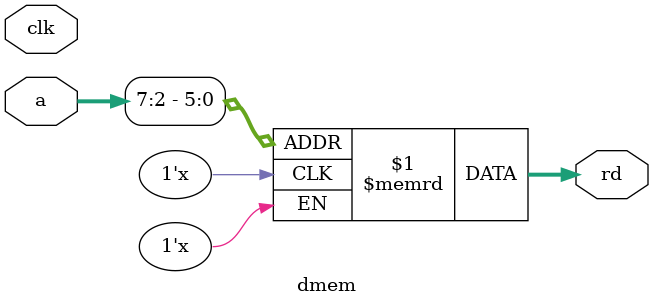
<source format=sv>
module dmem(input logic				clk,
				input logic [7:0]		a,
				output logic [7:0]	rd);
	logic [7:0]	RAM[255:0];
	
	assign rd = RAM[a[7:2]]; //word alligned
endmodule 
</source>
